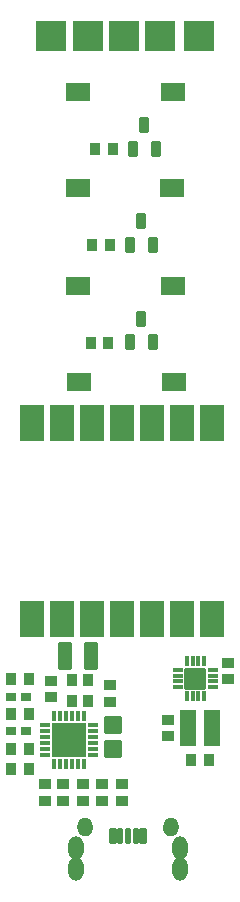
<source format=gts>
G04 Layer: TopSolderMaskLayer*
G04 EasyEDA Pro v2.2.38.8, 2025-05-13 16:51:06*
G04 Gerber Generator version 0.3*
G04 Scale: 100 percent, Rotated: No, Reflected: No*
G04 Dimensions in millimeters*
G04 Leading zeros omitted, absolute positions, 4 integers and 5 decimals*
%FSLAX45Y45*%
%MOMM*%
%AMRoundRect*1,1,$1,$2,$3*1,1,$1,$4,$5*1,1,$1,0-$2,0-$3*1,1,$1,0-$4,0-$5*20,1,$1,$2,$3,$4,$5,0*20,1,$1,$4,$5,0-$2,0-$3,0*20,1,$1,0-$2,0-$3,0-$4,0-$5,0*20,1,$1,0-$4,0-$5,$2,$3,0*4,1,4,$2,$3,$4,$5,0-$2,0-$3,0-$4,0-$5,$2,$3,0*%
%ADD10RoundRect,0.09815X-1.25192X1.25192X1.25192X1.25192*%
%ADD11RoundRect,0.09164X-0.45518X-0.40518X-0.45518X0.40518*%
%ADD12RoundRect,0.09164X0.45518X0.40518X0.45518X-0.40518*%
%ADD13RoundRect,0.09049X0.35575X0.63076X0.35575X-0.63076*%
%ADD14RoundRect,0.09138X0.40835X-0.43712X-0.40835X-0.43712*%
%ADD15RoundRect,0.09138X-0.40835X0.43712X0.40835X0.43712*%
%ADD16RoundRect,0.0959X0.95305X-0.75305X-0.95305X-0.75305*%
%ADD17O,0.3852X0.9016*%
%ADD18O,0.38161X0.9016*%
%ADD19O,0.9016X0.38161*%
%ADD20RoundRect,0.09618X-0.85271X-0.85271X-0.85271X0.85271*%
%ADD21RoundRect,0.09706X0.95247X-1.50247X-0.95247X-1.50247*%
%ADD22RoundRect,0.09667X-1.40166X1.40166X1.40166X1.40166*%
%ADD23RoundRect,0.08X-0.15999X0.41X0.15999X0.41*%
%ADD24RoundRect,0.08X-0.41X0.16X0.41X0.16*%
%ADD25RoundRect,0.08906X0.38148X-0.30647X-0.38148X-0.30647*%
%ADD26RoundRect,0.08669X-0.28168X0.60667X0.28168X0.60667*%
%ADD27RoundRect,0.08278X-0.19863X0.60862X0.19863X0.60862*%
%ADD28O,1.30002X1.60002*%
%ADD29O,1.30002X2.00002*%
%ADD30RoundRect,0.09508X-0.65346X1.50346X0.65346X1.50346*%
%ADD31RoundRect,0.09336X-0.50432X-1.10432X-0.50432X1.10432*%
%ADD32RoundRect,0.09495X0.67833X0.70833X0.67833X-0.70833*%
%ADD33RoundRect,0.09164X-0.40518X0.45518X0.40518X0.45518*%
%ADD34RoundRect,0.09138X0.43712X0.40835X0.43712X-0.40835*%
G75*


G04 PolygonModel Start*
G36*
G01X4079598Y-6087313D02*
G01X4076611Y-6087463D01*
G01X4073634Y-6087760D01*
G01X4070675Y-6088207D01*
G01X4067744Y-6088799D01*
G01X4064843Y-6089538D01*
G01X4061986Y-6090420D01*
G01X4059174Y-6091443D01*
G01X4056418Y-6092604D01*
G01X4053721Y-6093902D01*
G01X4051094Y-6095335D01*
G01X4048542Y-6096894D01*
G01X4046070Y-6098578D01*
G01X4043685Y-6100387D01*
G01X4041394Y-6102309D01*
G01X4039199Y-6104344D01*
G01X4037112Y-6106485D01*
G01X4035130Y-6108728D01*
G01X4033266Y-6111067D01*
G01X4031521Y-6113496D01*
G01X4029898Y-6116010D01*
G01X4028402Y-6118601D01*
G01X4027035Y-6121263D01*
G01X4025806Y-6123988D01*
G01X4024714Y-6126775D01*
G01X4023759Y-6129609D01*
G01X4022949Y-6132490D01*
G01X4022283Y-6135406D01*
G01X4021765Y-6138352D01*
G01X4021392Y-6141321D01*
G01X4021168Y-6144306D01*
G01X4021094Y-6147295D01*
G01X4021094Y-6177295D01*
G01X4021168Y-6180285D01*
G01X4021392Y-6183269D01*
G01X4021765Y-6186239D01*
G01X4022283Y-6189185D01*
G01X4022949Y-6192101D01*
G01X4023759Y-6194981D01*
G01X4024714Y-6197816D01*
G01X4025806Y-6200602D01*
G01X4027035Y-6203328D01*
G01X4028402Y-6205990D01*
G01X4029898Y-6208580D01*
G01X4031521Y-6211095D01*
G01X4033266Y-6213523D01*
G01X4035130Y-6215863D01*
G01X4037112Y-6218105D01*
G01X4039199Y-6220247D01*
G01X4041394Y-6222281D01*
G01X4043685Y-6224204D01*
G01X4046070Y-6226012D01*
G01X4048542Y-6227696D01*
G01X4051094Y-6229256D01*
G01X4053721Y-6230689D01*
G01X4056418Y-6231987D01*
G01X4059174Y-6233147D01*
G01X4061986Y-6234171D01*
G01X4064843Y-6235052D01*
G01X4067744Y-6235791D01*
G01X4070675Y-6236383D01*
G01X4073634Y-6236830D01*
G01X4076611Y-6237127D01*
G01X4079598Y-6237277D01*
G01X4082590Y-6237277D01*
G01X4085577Y-6237127D01*
G01X4088554Y-6236830D01*
G01X4091513Y-6236383D01*
G01X4094444Y-6235791D01*
G01X4097345Y-6235052D01*
G01X4100203Y-6234171D01*
G01X4103014Y-6233147D01*
G01X4105770Y-6231987D01*
G01X4108468Y-6230689D01*
G01X4111094Y-6229256D01*
G01X4113647Y-6227696D01*
G01X4116118Y-6226012D01*
G01X4118503Y-6224204D01*
G01X4120794Y-6222281D01*
G01X4122989Y-6220247D01*
G01X4125077Y-6218105D01*
G01X4127058Y-6215863D01*
G01X4128922Y-6213523D01*
G01X4130667Y-6211095D01*
G01X4132290Y-6208580D01*
G01X4133787Y-6205990D01*
G01X4135153Y-6203328D01*
G01X4136382Y-6200602D01*
G01X4137475Y-6197816D01*
G01X4138430Y-6194981D01*
G01X4139240Y-6192101D01*
G01X4139905Y-6189185D01*
G01X4140424Y-6186239D01*
G01X4140797Y-6183269D01*
G01X4141020Y-6180285D01*
G01X4141094Y-6177295D01*
G01X4141094Y-6147295D01*
G01X4141020Y-6144306D01*
G01X4140797Y-6141321D01*
G01X4140424Y-6138352D01*
G01X4139905Y-6135406D01*
G01X4139240Y-6132490D01*
G01X4138430Y-6129609D01*
G01X4137475Y-6126775D01*
G01X4136382Y-6123988D01*
G01X4135153Y-6121263D01*
G01X4133787Y-6118601D01*
G01X4132290Y-6116010D01*
G01X4130667Y-6113496D01*
G01X4128922Y-6111067D01*
G01X4127058Y-6108728D01*
G01X4125077Y-6106485D01*
G01X4122989Y-6104344D01*
G01X4120794Y-6102309D01*
G01X4118503Y-6100387D01*
G01X4116118Y-6098578D01*
G01X4113647Y-6096894D01*
G01X4111094Y-6095335D01*
G01X4108468Y-6093902D01*
G01X4105770Y-6092604D01*
G01X4103014Y-6091443D01*
G01X4100203Y-6090420D01*
G01X4097345Y-6089538D01*
G01X4094444Y-6088799D01*
G01X4091513Y-6088207D01*
G01X4088554Y-6087760D01*
G01X4085577Y-6087463D01*
G01X4082590Y-6087313D01*
G01X4079598Y-6087313D01*
G37*
G36*
G01X3359610Y-6087313D02*
G01X3356623Y-6087463D01*
G01X3353646Y-6087760D01*
G01X3350687Y-6088207D01*
G01X3347756Y-6088799D01*
G01X3344855Y-6089538D01*
G01X3341997Y-6090420D01*
G01X3339186Y-6091443D01*
G01X3336430Y-6092604D01*
G01X3333732Y-6093902D01*
G01X3331106Y-6095335D01*
G01X3328553Y-6096894D01*
G01X3326082Y-6098578D01*
G01X3323697Y-6100387D01*
G01X3321406Y-6102309D01*
G01X3319211Y-6104344D01*
G01X3317123Y-6106485D01*
G01X3315142Y-6108728D01*
G01X3313278Y-6111067D01*
G01X3311533Y-6113496D01*
G01X3309910Y-6116010D01*
G01X3308414Y-6118601D01*
G01X3307047Y-6121263D01*
G01X3305818Y-6123988D01*
G01X3304725Y-6126775D01*
G01X3303770Y-6129609D01*
G01X3302960Y-6132490D01*
G01X3302295Y-6135406D01*
G01X3301776Y-6138352D01*
G01X3301403Y-6141321D01*
G01X3301180Y-6144306D01*
G01X3301106Y-6147295D01*
G01X3301106Y-6177295D01*
G01X3301180Y-6180285D01*
G01X3301403Y-6183269D01*
G01X3301776Y-6186239D01*
G01X3302295Y-6189185D01*
G01X3302960Y-6192101D01*
G01X3303770Y-6194981D01*
G01X3304725Y-6197816D01*
G01X3305818Y-6200602D01*
G01X3307047Y-6203328D01*
G01X3308414Y-6205990D01*
G01X3309910Y-6208580D01*
G01X3311533Y-6211095D01*
G01X3313278Y-6213523D01*
G01X3315142Y-6215863D01*
G01X3317123Y-6218105D01*
G01X3319211Y-6220247D01*
G01X3321406Y-6222281D01*
G01X3323697Y-6224204D01*
G01X3326082Y-6226012D01*
G01X3328553Y-6227696D01*
G01X3331106Y-6229256D01*
G01X3333732Y-6230689D01*
G01X3336430Y-6231987D01*
G01X3339186Y-6233147D01*
G01X3341997Y-6234171D01*
G01X3344855Y-6235052D01*
G01X3347756Y-6235791D01*
G01X3350687Y-6236383D01*
G01X3353646Y-6236830D01*
G01X3356623Y-6237127D01*
G01X3359610Y-6237277D01*
G01X3362602Y-6237277D01*
G01X3365589Y-6237127D01*
G01X3368566Y-6236830D01*
G01X3371525Y-6236383D01*
G01X3374456Y-6235791D01*
G01X3377357Y-6235052D01*
G01X3380214Y-6234171D01*
G01X3383026Y-6233147D01*
G01X3385782Y-6231987D01*
G01X3388479Y-6230689D01*
G01X3391106Y-6229256D01*
G01X3393658Y-6227696D01*
G01X3396130Y-6226012D01*
G01X3398515Y-6224204D01*
G01X3400806Y-6222281D01*
G01X3403001Y-6220247D01*
G01X3405088Y-6218105D01*
G01X3407070Y-6215863D01*
G01X3408934Y-6213523D01*
G01X3410679Y-6211095D01*
G01X3412302Y-6208580D01*
G01X3413798Y-6205990D01*
G01X3415165Y-6203328D01*
G01X3416394Y-6200602D01*
G01X3417486Y-6197816D01*
G01X3418441Y-6194981D01*
G01X3419251Y-6192101D01*
G01X3419917Y-6189185D01*
G01X3420435Y-6186239D01*
G01X3420809Y-6183269D01*
G01X3421032Y-6180285D01*
G01X3421106Y-6177295D01*
G01X3421106Y-6147295D01*
G01X3421032Y-6144306D01*
G01X3420809Y-6141321D01*
G01X3420435Y-6138352D01*
G01X3419917Y-6135406D01*
G01X3419251Y-6132490D01*
G01X3418441Y-6129609D01*
G01X3417486Y-6126775D01*
G01X3416394Y-6123988D01*
G01X3415165Y-6121263D01*
G01X3413798Y-6118601D01*
G01X3412302Y-6116010D01*
G01X3410679Y-6113496D01*
G01X3408934Y-6111067D01*
G01X3407070Y-6108728D01*
G01X3405088Y-6106485D01*
G01X3403001Y-6104344D01*
G01X3400806Y-6102309D01*
G01X3398515Y-6100387D01*
G01X3396130Y-6098578D01*
G01X3393658Y-6096894D01*
G01X3391106Y-6095335D01*
G01X3388479Y-6093902D01*
G01X3385782Y-6092604D01*
G01X3383026Y-6091443D01*
G01X3380214Y-6090420D01*
G01X3377357Y-6089538D01*
G01X3374456Y-6088799D01*
G01X3371525Y-6088207D01*
G01X3368566Y-6087760D01*
G01X3365589Y-6087463D01*
G01X3362602Y-6087313D01*
G01X3359610Y-6087313D01*
G37*
G36*
G01X3878603Y-6292291D02*
G01X3878603Y-6172291D01*
G01X3823602Y-6172291D01*
G01X3823602Y-6292291D01*
G01X3878603Y-6292291D01*
G37*
G36*
G01X3637105Y-6172294D02*
G01X3637105Y-6292294D01*
G01X3675103Y-6292294D01*
G01X3675103Y-6172294D01*
G01X3637105Y-6172294D01*
G37*
G36*
G01X3702103Y-6172294D02*
G01X3702103Y-6292294D01*
G01X3740102Y-6292294D01*
G01X3740102Y-6172294D01*
G01X3702103Y-6172294D01*
G37*
G36*
G01X3767104Y-6172294D02*
G01X3767104Y-6292294D01*
G01X3805103Y-6292294D01*
G01X3805103Y-6172294D01*
G01X3767104Y-6172294D01*
G37*
G36*
G01X3618603Y-6292294D02*
G01X3618603Y-6172294D01*
G01X3563602Y-6172294D01*
G01X3563602Y-6292294D01*
G01X3618603Y-6292294D01*
G37*
G36*
G01X3277111Y-6242319D02*
G01X3274124Y-6242469D01*
G01X3271147Y-6242766D01*
G01X3268188Y-6243213D01*
G01X3265256Y-6243805D01*
G01X3262356Y-6244544D01*
G01X3259498Y-6245426D01*
G01X3256686Y-6246449D01*
G01X3253931Y-6247610D01*
G01X3251233Y-6248908D01*
G01X3248607Y-6250341D01*
G01X3246054Y-6251900D01*
G01X3243583Y-6253584D01*
G01X3241197Y-6255393D01*
G01X3238906Y-6257315D01*
G01X3236712Y-6259350D01*
G01X3234624Y-6261491D01*
G01X3232643Y-6263734D01*
G01X3230778Y-6266073D01*
G01X3229033Y-6268502D01*
G01X3227410Y-6271016D01*
G01X3225914Y-6273607D01*
G01X3224548Y-6276269D01*
G01X3223318Y-6278994D01*
G01X3222226Y-6281781D01*
G01X3221271Y-6284615D01*
G01X3220461Y-6287496D01*
G01X3219795Y-6290412D01*
G01X3219277Y-6293358D01*
G01X3218904Y-6296327D01*
G01X3218680Y-6299312D01*
G01X3218607Y-6302301D01*
G01X3218607Y-6372301D01*
G01X3218680Y-6375291D01*
G01X3218904Y-6378275D01*
G01X3219277Y-6381245D01*
G01X3219795Y-6384191D01*
G01X3220461Y-6387107D01*
G01X3221271Y-6389987D01*
G01X3222226Y-6392822D01*
G01X3223318Y-6395608D01*
G01X3224548Y-6398334D01*
G01X3225914Y-6400996D01*
G01X3227410Y-6403586D01*
G01X3229033Y-6406101D01*
G01X3230778Y-6408529D01*
G01X3232643Y-6410869D01*
G01X3234624Y-6413111D01*
G01X3236712Y-6415253D01*
G01X3238906Y-6417287D01*
G01X3241197Y-6419210D01*
G01X3243583Y-6421018D01*
G01X3246054Y-6422702D01*
G01X3248607Y-6424262D01*
G01X3249600Y-6424804D01*
G01X3248607Y-6425347D01*
G01X3246054Y-6426906D01*
G01X3243583Y-6428590D01*
G01X3241197Y-6430399D01*
G01X3238906Y-6432321D01*
G01X3236712Y-6434356D01*
G01X3234624Y-6436497D01*
G01X3232643Y-6438740D01*
G01X3230778Y-6441079D01*
G01X3229033Y-6443508D01*
G01X3227410Y-6446022D01*
G01X3225914Y-6448613D01*
G01X3224548Y-6451275D01*
G01X3223318Y-6454000D01*
G01X3222226Y-6456787D01*
G01X3221271Y-6459621D01*
G01X3220461Y-6462502D01*
G01X3219795Y-6465418D01*
G01X3219277Y-6468364D01*
G01X3218904Y-6471333D01*
G01X3218680Y-6474318D01*
G01X3218607Y-6477307D01*
G01X3218607Y-6547307D01*
G01X3218680Y-6550297D01*
G01X3218904Y-6553281D01*
G01X3219277Y-6556251D01*
G01X3219795Y-6559197D01*
G01X3220461Y-6562113D01*
G01X3221271Y-6564993D01*
G01X3222226Y-6567828D01*
G01X3223318Y-6570614D01*
G01X3224548Y-6573340D01*
G01X3225914Y-6576002D01*
G01X3227410Y-6578592D01*
G01X3229033Y-6581107D01*
G01X3230778Y-6583535D01*
G01X3232643Y-6585875D01*
G01X3234624Y-6588117D01*
G01X3236712Y-6590259D01*
G01X3238906Y-6592293D01*
G01X3241197Y-6594216D01*
G01X3243583Y-6596024D01*
G01X3246054Y-6597708D01*
G01X3248607Y-6599268D01*
G01X3251233Y-6600701D01*
G01X3253931Y-6601998D01*
G01X3256686Y-6603159D01*
G01X3259498Y-6604183D01*
G01X3262356Y-6605064D01*
G01X3265256Y-6605803D01*
G01X3268188Y-6606395D01*
G01X3271147Y-6606842D01*
G01X3274124Y-6607139D01*
G01X3277111Y-6607289D01*
G01X3280103Y-6607289D01*
G01X3283090Y-6607139D01*
G01X3286067Y-6606842D01*
G01X3289026Y-6606395D01*
G01X3291957Y-6605803D01*
G01X3294858Y-6605064D01*
G01X3297715Y-6604183D01*
G01X3300527Y-6603159D01*
G01X3303283Y-6601998D01*
G01X3305980Y-6600701D01*
G01X3308607Y-6599268D01*
G01X3311159Y-6597708D01*
G01X3313631Y-6596024D01*
G01X3316016Y-6594216D01*
G01X3318307Y-6592293D01*
G01X3320501Y-6590259D01*
G01X3322589Y-6588117D01*
G01X3324570Y-6585875D01*
G01X3326435Y-6583535D01*
G01X3328180Y-6581107D01*
G01X3329803Y-6578592D01*
G01X3331299Y-6576002D01*
G01X3332665Y-6573340D01*
G01X3333895Y-6570614D01*
G01X3334987Y-6567828D01*
G01X3335942Y-6564993D01*
G01X3336752Y-6562113D01*
G01X3337418Y-6559197D01*
G01X3337936Y-6556251D01*
G01X3338309Y-6553281D01*
G01X3338533Y-6550297D01*
G01X3338606Y-6547307D01*
G01X3338606Y-6477307D01*
G01X3338533Y-6474318D01*
G01X3338309Y-6471333D01*
G01X3337936Y-6468364D01*
G01X3337418Y-6465418D01*
G01X3336752Y-6462502D01*
G01X3335942Y-6459621D01*
G01X3334987Y-6456787D01*
G01X3333895Y-6454000D01*
G01X3332665Y-6451275D01*
G01X3331299Y-6448613D01*
G01X3329803Y-6446022D01*
G01X3328180Y-6443508D01*
G01X3326435Y-6441079D01*
G01X3324570Y-6438740D01*
G01X3322589Y-6436497D01*
G01X3320501Y-6434356D01*
G01X3318307Y-6432321D01*
G01X3316016Y-6430399D01*
G01X3313631Y-6428590D01*
G01X3311159Y-6426906D01*
G01X3308607Y-6425347D01*
G01X3307613Y-6424804D01*
G01X3308607Y-6424262D01*
G01X3311159Y-6422702D01*
G01X3313631Y-6421018D01*
G01X3316016Y-6419210D01*
G01X3318307Y-6417287D01*
G01X3320501Y-6415253D01*
G01X3322589Y-6413111D01*
G01X3324570Y-6410869D01*
G01X3326435Y-6408529D01*
G01X3328180Y-6406101D01*
G01X3329803Y-6403586D01*
G01X3331299Y-6400996D01*
G01X3332665Y-6398334D01*
G01X3333895Y-6395608D01*
G01X3334987Y-6392822D01*
G01X3335942Y-6389987D01*
G01X3336752Y-6387107D01*
G01X3337418Y-6384191D01*
G01X3337936Y-6381245D01*
G01X3338309Y-6378275D01*
G01X3338533Y-6375291D01*
G01X3338606Y-6372301D01*
G01X3338606Y-6302301D01*
G01X3338533Y-6299312D01*
G01X3338309Y-6296327D01*
G01X3337936Y-6293358D01*
G01X3337418Y-6290412D01*
G01X3336752Y-6287496D01*
G01X3335942Y-6284615D01*
G01X3334987Y-6281781D01*
G01X3333895Y-6278994D01*
G01X3332665Y-6276269D01*
G01X3331299Y-6273607D01*
G01X3329803Y-6271016D01*
G01X3328180Y-6268502D01*
G01X3326435Y-6266073D01*
G01X3324570Y-6263734D01*
G01X3322589Y-6261491D01*
G01X3320501Y-6259350D01*
G01X3318307Y-6257315D01*
G01X3316016Y-6255393D01*
G01X3313631Y-6253584D01*
G01X3311159Y-6251900D01*
G01X3308607Y-6250341D01*
G01X3305980Y-6248908D01*
G01X3303283Y-6247610D01*
G01X3300527Y-6246449D01*
G01X3297715Y-6245426D01*
G01X3294858Y-6244544D01*
G01X3291957Y-6243805D01*
G01X3289026Y-6243213D01*
G01X3286067Y-6242766D01*
G01X3283090Y-6242469D01*
G01X3280103Y-6242319D01*
G01X3277111Y-6242319D01*
G37*
G36*
G01X4162097Y-6242319D02*
G01X4159110Y-6242469D01*
G01X4156133Y-6242766D01*
G01X4153174Y-6243213D01*
G01X4150243Y-6243805D01*
G01X4147342Y-6244544D01*
G01X4144485Y-6245426D01*
G01X4141673Y-6246449D01*
G01X4138917Y-6247610D01*
G01X4136220Y-6248908D01*
G01X4133593Y-6250341D01*
G01X4131041Y-6251900D01*
G01X4128569Y-6253584D01*
G01X4126184Y-6255393D01*
G01X4123893Y-6257315D01*
G01X4121699Y-6259350D01*
G01X4119611Y-6261491D01*
G01X4117630Y-6263734D01*
G01X4115765Y-6266073D01*
G01X4114020Y-6268502D01*
G01X4112397Y-6271016D01*
G01X4110901Y-6273607D01*
G01X4109535Y-6276269D01*
G01X4108305Y-6278994D01*
G01X4107213Y-6281781D01*
G01X4106258Y-6284615D01*
G01X4105448Y-6287496D01*
G01X4104782Y-6290412D01*
G01X4104264Y-6293358D01*
G01X4103891Y-6296327D01*
G01X4103667Y-6299312D01*
G01X4103594Y-6302301D01*
G01X4103594Y-6372301D01*
G01X4103667Y-6375291D01*
G01X4103891Y-6378275D01*
G01X4104264Y-6381245D01*
G01X4104782Y-6384191D01*
G01X4105448Y-6387107D01*
G01X4106258Y-6389987D01*
G01X4107213Y-6392822D01*
G01X4108305Y-6395608D01*
G01X4109535Y-6398334D01*
G01X4110901Y-6400996D01*
G01X4112397Y-6403586D01*
G01X4114020Y-6406101D01*
G01X4115765Y-6408529D01*
G01X4117630Y-6410869D01*
G01X4119611Y-6413111D01*
G01X4121699Y-6415253D01*
G01X4123893Y-6417287D01*
G01X4126184Y-6419210D01*
G01X4128569Y-6421018D01*
G01X4131041Y-6422702D01*
G01X4133593Y-6424262D01*
G01X4134587Y-6424804D01*
G01X4133593Y-6425347D01*
G01X4131041Y-6426906D01*
G01X4128569Y-6428590D01*
G01X4126184Y-6430399D01*
G01X4123893Y-6432321D01*
G01X4121699Y-6434356D01*
G01X4119611Y-6436497D01*
G01X4117630Y-6438740D01*
G01X4115765Y-6441079D01*
G01X4114020Y-6443508D01*
G01X4112397Y-6446022D01*
G01X4110901Y-6448613D01*
G01X4109535Y-6451275D01*
G01X4108305Y-6454000D01*
G01X4107213Y-6456787D01*
G01X4106258Y-6459621D01*
G01X4105448Y-6462502D01*
G01X4104782Y-6465418D01*
G01X4104264Y-6468364D01*
G01X4103891Y-6471333D01*
G01X4103667Y-6474318D01*
G01X4103594Y-6477307D01*
G01X4103594Y-6547307D01*
G01X4103667Y-6550297D01*
G01X4103891Y-6553281D01*
G01X4104264Y-6556251D01*
G01X4104782Y-6559197D01*
G01X4105448Y-6562113D01*
G01X4106258Y-6564993D01*
G01X4107213Y-6567828D01*
G01X4108305Y-6570614D01*
G01X4109535Y-6573340D01*
G01X4110901Y-6576002D01*
G01X4112397Y-6578592D01*
G01X4114020Y-6581107D01*
G01X4115765Y-6583535D01*
G01X4117630Y-6585875D01*
G01X4119611Y-6588117D01*
G01X4121699Y-6590259D01*
G01X4123893Y-6592293D01*
G01X4126184Y-6594216D01*
G01X4128569Y-6596024D01*
G01X4131041Y-6597708D01*
G01X4133593Y-6599268D01*
G01X4136220Y-6600701D01*
G01X4138917Y-6601998D01*
G01X4141673Y-6603159D01*
G01X4144485Y-6604183D01*
G01X4147342Y-6605064D01*
G01X4150243Y-6605803D01*
G01X4153174Y-6606395D01*
G01X4156133Y-6606842D01*
G01X4159110Y-6607139D01*
G01X4162097Y-6607289D01*
G01X4165089Y-6607289D01*
G01X4168077Y-6607139D01*
G01X4171053Y-6606842D01*
G01X4174012Y-6606395D01*
G01X4176944Y-6605803D01*
G01X4179844Y-6605064D01*
G01X4182702Y-6604183D01*
G01X4185514Y-6603159D01*
G01X4188270Y-6601998D01*
G01X4190967Y-6600701D01*
G01X4193593Y-6599268D01*
G01X4196146Y-6597708D01*
G01X4198617Y-6596024D01*
G01X4201003Y-6594216D01*
G01X4203294Y-6592293D01*
G01X4205488Y-6590259D01*
G01X4207576Y-6588117D01*
G01X4209557Y-6585875D01*
G01X4211422Y-6583535D01*
G01X4213167Y-6581107D01*
G01X4214790Y-6578592D01*
G01X4216286Y-6576002D01*
G01X4217652Y-6573340D01*
G01X4218882Y-6570614D01*
G01X4219974Y-6567828D01*
G01X4220929Y-6564993D01*
G01X4221739Y-6562113D01*
G01X4222405Y-6559197D01*
G01X4222923Y-6556251D01*
G01X4223296Y-6553281D01*
G01X4223520Y-6550297D01*
G01X4223593Y-6547307D01*
G01X4223593Y-6477307D01*
G01X4223520Y-6474318D01*
G01X4223296Y-6471333D01*
G01X4222923Y-6468364D01*
G01X4222405Y-6465418D01*
G01X4221739Y-6462502D01*
G01X4220929Y-6459621D01*
G01X4219974Y-6456787D01*
G01X4218882Y-6454000D01*
G01X4217652Y-6451275D01*
G01X4216286Y-6448613D01*
G01X4214790Y-6446022D01*
G01X4213167Y-6443508D01*
G01X4211422Y-6441079D01*
G01X4209557Y-6438740D01*
G01X4207576Y-6436497D01*
G01X4205488Y-6434356D01*
G01X4203294Y-6432321D01*
G01X4201003Y-6430399D01*
G01X4198617Y-6428590D01*
G01X4196146Y-6426906D01*
G01X4193593Y-6425347D01*
G01X4192600Y-6424804D01*
G01X4193593Y-6424262D01*
G01X4196146Y-6422702D01*
G01X4198617Y-6421018D01*
G01X4201003Y-6419210D01*
G01X4203294Y-6417287D01*
G01X4205488Y-6415253D01*
G01X4207576Y-6413111D01*
G01X4209557Y-6410869D01*
G01X4211422Y-6408529D01*
G01X4213167Y-6406101D01*
G01X4214790Y-6403586D01*
G01X4216286Y-6400996D01*
G01X4217652Y-6398334D01*
G01X4218882Y-6395608D01*
G01X4219974Y-6392822D01*
G01X4220929Y-6389987D01*
G01X4221739Y-6387107D01*
G01X4222405Y-6384191D01*
G01X4222923Y-6381245D01*
G01X4223296Y-6378275D01*
G01X4223520Y-6375291D01*
G01X4223593Y-6372301D01*
G01X4223593Y-6302301D01*
G01X4223520Y-6299312D01*
G01X4223296Y-6296327D01*
G01X4222923Y-6293358D01*
G01X4222405Y-6290412D01*
G01X4221739Y-6287496D01*
G01X4220929Y-6284615D01*
G01X4219974Y-6281781D01*
G01X4218882Y-6278994D01*
G01X4217652Y-6276269D01*
G01X4216286Y-6273607D01*
G01X4214790Y-6271016D01*
G01X4213167Y-6268502D01*
G01X4211422Y-6266073D01*
G01X4209557Y-6263734D01*
G01X4207576Y-6261491D01*
G01X4205488Y-6259350D01*
G01X4203294Y-6257315D01*
G01X4201003Y-6255393D01*
G01X4198617Y-6253584D01*
G01X4196146Y-6251900D01*
G01X4193593Y-6250341D01*
G01X4190967Y-6248908D01*
G01X4188270Y-6247610D01*
G01X4185514Y-6246449D01*
G01X4182702Y-6245426D01*
G01X4179844Y-6244544D01*
G01X4176944Y-6243805D01*
G01X4174012Y-6243213D01*
G01X4171053Y-6242766D01*
G01X4168077Y-6242469D01*
G01X4165089Y-6242319D01*
G01X4162097Y-6242319D01*
G37*

G04 Pad Start*
G54D10*
G01X4318828Y535357D03*
G54D11*
G01X4064000Y-5251298D03*
G01X4064000Y-5391302D03*
G01X3073400Y-4921098D03*
G01X3073400Y-5061102D03*
G54D12*
G01X3340100Y-5937402D03*
G01X3340100Y-5797398D03*
G54D10*
G01X3688582Y535357D03*
G01X3383477Y535357D03*
G01X3995635Y535357D03*
G01X3069998Y535357D03*
G54D13*
G01X3765804Y-417500D03*
G01X3955796Y-417500D03*
G01X3860800Y-217500D03*
G01X3740404Y-1230300D03*
G01X3930396Y-1230300D03*
G01X3835400Y-1030300D03*
G01X3740404Y-2055800D03*
G01X3930396Y-2055800D03*
G01X3835400Y-1855800D03*
G54D14*
G01X4255364Y-5588000D03*
G01X4406036Y-5588000D03*
G54D15*
G01X2882036Y-4902200D03*
G01X2731364Y-4902200D03*
G01X2882036Y-5199273D03*
G01X2731364Y-5199273D03*
G54D14*
G01X3442564Y-419100D03*
G01X3593236Y-419100D03*
G01X3417164Y-1231900D03*
G01X3567836Y-1231900D03*
G01X3404464Y-2057400D03*
G01X3555136Y-2057400D03*
G54D16*
G01X4098181Y60801D03*
G01X3298182Y60801D03*
G01X4108399Y-2387600D03*
G01X3308401Y-2387600D03*
G01X4097875Y-751999D03*
G01X3297877Y-751999D03*
G01X4101896Y-1577499D03*
G01X3301898Y-1577499D03*
G54D18*
G01X4217581Y-5052200D03*
G01X4267594Y-5052200D03*
G01X4317581Y-5052200D03*
G01X4367594Y-5052200D03*
G54D19*
G01X4442600Y-4977193D03*
G01X4442600Y-4927181D03*
G01X4442600Y-4877194D03*
G01X4442600Y-4827181D03*
G54D18*
G01X4367594Y-4752200D03*
G01X4317581Y-4752200D03*
G01X4267594Y-4752200D03*
G01X4217581Y-4752200D03*
G54D19*
G01X4142600Y-4827181D03*
G01X4142600Y-4877194D03*
G01X4142600Y-4927181D03*
G01X4142600Y-4977193D03*
G54D20*
G01X4292587Y-4902187D03*
G54D21*
G01X4432297Y-2738702D03*
G01X4178300Y-2738702D03*
G01X3924300Y-2738702D03*
G01X3670300Y-2738702D03*
G01X3416300Y-2738702D03*
G01X3162300Y-2738702D03*
G01X2908303Y-2738702D03*
G01X2908303Y-4398696D03*
G01X3162300Y-4398696D03*
G01X3416300Y-4398696D03*
G01X3670300Y-4398696D03*
G01X3924300Y-4398696D03*
G01X4178300Y-4398696D03*
G01X4432297Y-4398696D03*
G54D22*
G01X3223751Y-5422490D03*
G54D23*
G01X3098834Y-5217588D03*
G01X3148821Y-5217588D03*
G01X3198834Y-5217588D03*
G01X3248821Y-5217588D03*
G01X3298834Y-5217588D03*
G01X3348821Y-5217588D03*
G54D24*
G01X3428018Y-5297395D03*
G01X3428018Y-5347408D03*
G01X3428018Y-5397395D03*
G01X3428018Y-5447407D03*
G01X3428018Y-5497395D03*
G01X3428018Y-5547407D03*
G54D23*
G01X3348821Y-5627214D03*
G01X3298834Y-5627214D03*
G01X3248821Y-5627214D03*
G01X3198834Y-5627214D03*
G01X3148821Y-5627214D03*
G01X3098834Y-5627214D03*
G54D24*
G01X3019688Y-5547382D03*
G01X3019688Y-5497395D03*
G01X3019688Y-5447382D03*
G01X3019688Y-5397395D03*
G01X3019688Y-5347382D03*
G01X3019688Y-5297395D03*
G54D25*
G01X2731691Y-5054600D03*
G01X2856309Y-5054600D03*
G01X2731691Y-5346700D03*
G01X2856309Y-5346700D03*
G54D26*
G01X3591103Y-6232296D03*
G54D27*
G01X3656101Y-6232296D03*
G01X3721100Y-6232296D03*
G01X3786099Y-6232296D03*
G54D26*
G01X3851097Y-6232296D03*
G54D28*
G01X3361106Y-6162294D03*
G01X4081094Y-6162294D03*
G54D29*
G01X4163593Y-6512306D03*
G01X3278607Y-6512306D03*
G01X3278607Y-6337300D03*
G01X4163593Y-6337300D03*
G54D30*
G01X4435704Y-5321300D03*
G01X4225696Y-5321300D03*
G54D31*
G01X3411995Y-4711700D03*
G01X3192005Y-4711700D03*
G54D32*
G01X3594100Y-5497500D03*
G01X3594100Y-5297500D03*
G54D11*
G01X4572000Y-4768698D03*
G01X4572000Y-4908702D03*
G54D33*
G01X3384702Y-4914900D03*
G01X3244698Y-4914900D03*
G54D12*
G01X3568700Y-5099202D03*
G01X3568700Y-4959198D03*
G54D11*
G01X3670300Y-5797398D03*
G01X3670300Y-5937402D03*
G54D33*
G01X3384702Y-5092700D03*
G01X3244698Y-5092700D03*
G54D34*
G01X3022600Y-5942736D03*
G01X3022600Y-5792064D03*
G01X3175000Y-5942736D03*
G01X3175000Y-5792064D03*
G54D14*
G01X2731364Y-5499100D03*
G01X2882036Y-5499100D03*
G01X2731364Y-5664200D03*
G01X2882036Y-5664200D03*
G54D34*
G01X3505200Y-5942736D03*
G01X3505200Y-5792064D03*
G04 Pad End*

M02*


</source>
